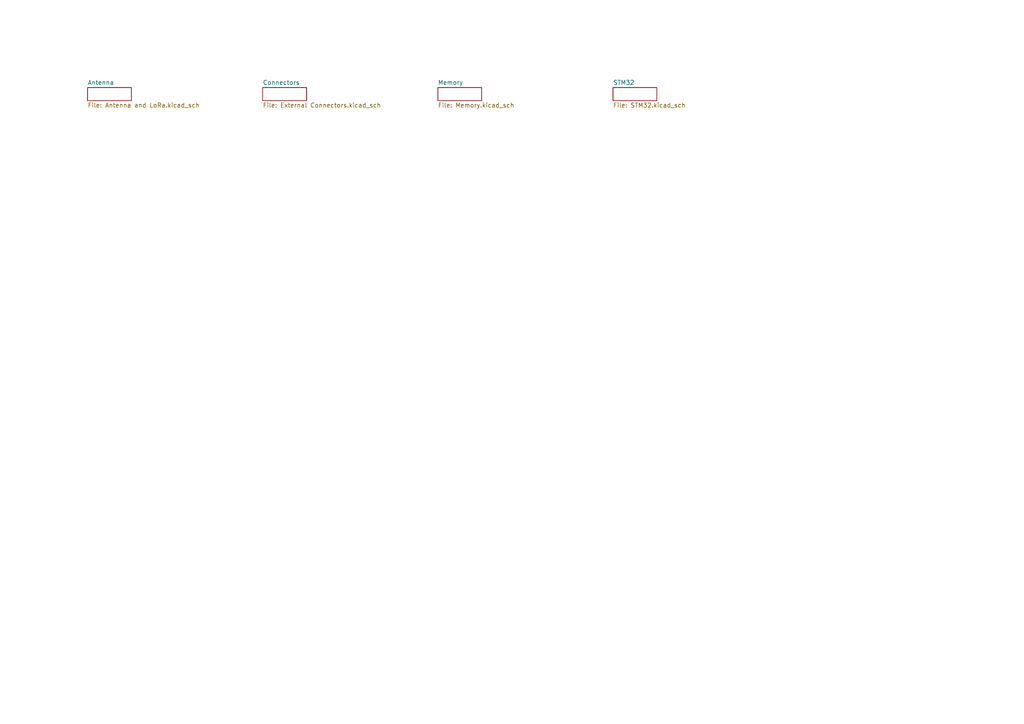
<source format=kicad_sch>
(kicad_sch
	(version 20250114)
	(generator "eeschema")
	(generator_version "9.0")
	(uuid "b0844135-65ec-4a57-96b8-ec7460e9a62b")
	(paper "A4")
	(lib_symbols)
	(sheet
		(at 25.4 25.4)
		(size 12.7 3.81)
		(exclude_from_sim no)
		(in_bom yes)
		(on_board yes)
		(dnp no)
		(fields_autoplaced yes)
		(stroke
			(width 0)
			(type solid)
		)
		(fill
			(color 0 0 0 0.0000)
		)
		(uuid "24dcfb71-e6fe-423a-8443-8a442499f844")
		(property "Sheetname" "Antenna"
			(at 25.4 24.6884 0)
			(effects
				(font
					(size 1.27 1.27)
				)
				(justify left bottom)
			)
		)
		(property "Sheetfile" "Antenna and LoRa.kicad_sch"
			(at 25.4 29.7946 0)
			(effects
				(font
					(size 1.27 1.27)
				)
				(justify left top)
			)
		)
		(instances
			(project "OBC Development Board"
				(path "/b0844135-65ec-4a57-96b8-ec7460e9a62b"
					(page "2")
				)
			)
		)
	)
	(sheet
		(at 127 25.4)
		(size 12.7 3.81)
		(exclude_from_sim no)
		(in_bom yes)
		(on_board yes)
		(dnp no)
		(fields_autoplaced yes)
		(stroke
			(width 0)
			(type solid)
		)
		(fill
			(color 0 0 0 0.0000)
		)
		(uuid "756c6052-2b5b-4973-ad4f-45fd63d14dc0")
		(property "Sheetname" "Memory"
			(at 127 24.6884 0)
			(effects
				(font
					(size 1.27 1.27)
				)
				(justify left bottom)
			)
		)
		(property "Sheetfile" "Memory.kicad_sch"
			(at 127 29.7946 0)
			(effects
				(font
					(size 1.27 1.27)
				)
				(justify left top)
			)
		)
		(instances
			(project "OBC Development Board"
				(path "/b0844135-65ec-4a57-96b8-ec7460e9a62b"
					(page "4")
				)
			)
		)
	)
	(sheet
		(at 177.8 25.4)
		(size 12.7 3.81)
		(exclude_from_sim no)
		(in_bom yes)
		(on_board yes)
		(dnp no)
		(fields_autoplaced yes)
		(stroke
			(width 0)
			(type solid)
		)
		(fill
			(color 0 0 0 0.0000)
		)
		(uuid "b4ee743a-853d-4fb8-a00d-0dead36f07b7")
		(property "Sheetname" "STM32"
			(at 177.8 24.6884 0)
			(effects
				(font
					(size 1.27 1.27)
				)
				(justify left bottom)
			)
		)
		(property "Sheetfile" "STM32.kicad_sch"
			(at 177.8 29.7946 0)
			(effects
				(font
					(size 1.27 1.27)
				)
				(justify left top)
			)
		)
		(instances
			(project "OBC Development Board"
				(path "/b0844135-65ec-4a57-96b8-ec7460e9a62b"
					(page "5")
				)
			)
		)
	)
	(sheet
		(at 76.2 25.4)
		(size 12.7 3.81)
		(exclude_from_sim no)
		(in_bom yes)
		(on_board yes)
		(dnp no)
		(fields_autoplaced yes)
		(stroke
			(width 0)
			(type solid)
		)
		(fill
			(color 0 0 0 0.0000)
		)
		(uuid "df4e1ff0-0810-4a45-8222-c44d3671c926")
		(property "Sheetname" "Connectors"
			(at 76.2 24.6884 0)
			(effects
				(font
					(size 1.27 1.27)
				)
				(justify left bottom)
			)
		)
		(property "Sheetfile" "External Connectors.kicad_sch"
			(at 76.2 29.7946 0)
			(effects
				(font
					(size 1.27 1.27)
				)
				(justify left top)
			)
		)
		(instances
			(project "OBC Development Board"
				(path "/b0844135-65ec-4a57-96b8-ec7460e9a62b"
					(page "3")
				)
			)
		)
	)
	(sheet_instances
		(path "/"
			(page "#")
		)
	)
	(embedded_fonts no)
)

</source>
